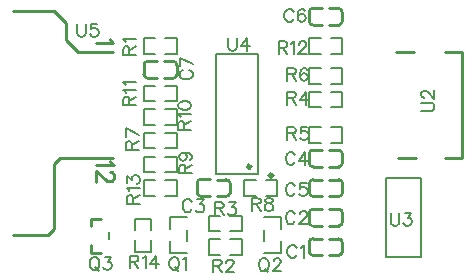
<source format=gto>
G04 Layer: TopSilkLayer*
G04 EasyEDA v6.4.25, 2021-11-23T22:34:31+08:00*
G04 edc2d8422afb4d2cae5fb123c77887e6,45ba98ba689c459a8d72e4540021d05b,10*
G04 Gerber Generator version 0.2*
G04 Scale: 100 percent, Rotated: No, Reflected: No *
G04 Dimensions in millimeters *
G04 leading zeros omitted , absolute positions ,4 integer and 5 decimal *
%FSLAX45Y45*%
%MOMM*%

%ADD10C,0.2540*%
%ADD11C,0.2500*%
%ADD29C,0.1524*%
%ADD30C,0.2000*%
%ADD31C,0.3000*%

%LPD*%
D29*
X1238882Y1746371D02*
G01*
X1228468Y1741037D01*
X1218054Y1730623D01*
X1212974Y1720463D01*
X1212974Y1699635D01*
X1218054Y1689221D01*
X1228468Y1678807D01*
X1238882Y1673473D01*
X1254630Y1668393D01*
X1280538Y1668393D01*
X1296032Y1673473D01*
X1306446Y1678807D01*
X1316860Y1689221D01*
X1321940Y1699635D01*
X1321940Y1720463D01*
X1316860Y1730623D01*
X1306446Y1741037D01*
X1296032Y1746371D01*
X1212974Y1853305D02*
G01*
X1321940Y1801489D01*
X1212974Y1780661D02*
G01*
X1212974Y1853305D01*
X2202977Y239407D02*
G01*
X2197643Y249821D01*
X2187229Y260235D01*
X2177069Y265315D01*
X2156241Y265315D01*
X2145827Y260235D01*
X2135413Y249821D01*
X2130079Y239407D01*
X2124999Y223659D01*
X2124999Y197751D01*
X2130079Y182257D01*
X2135413Y171843D01*
X2145827Y161429D01*
X2156241Y156349D01*
X2177069Y156349D01*
X2187229Y161429D01*
X2197643Y171843D01*
X2202977Y182257D01*
X2237267Y244487D02*
G01*
X2247681Y249821D01*
X2263175Y265315D01*
X2263175Y156349D01*
X2190478Y526907D02*
G01*
X2185144Y537321D01*
X2174730Y547735D01*
X2164570Y552815D01*
X2143742Y552815D01*
X2133328Y547735D01*
X2122914Y537321D01*
X2117580Y526907D01*
X2112500Y511159D01*
X2112500Y485251D01*
X2117580Y469757D01*
X2122914Y459343D01*
X2133328Y448929D01*
X2143742Y443849D01*
X2164570Y443849D01*
X2174730Y448929D01*
X2185144Y459343D01*
X2190478Y469757D01*
X2229848Y526907D02*
G01*
X2229848Y531987D01*
X2235182Y542401D01*
X2240262Y547735D01*
X2250676Y552815D01*
X2271504Y552815D01*
X2281918Y547735D01*
X2286998Y542401D01*
X2292332Y531987D01*
X2292332Y521573D01*
X2286998Y511159D01*
X2276584Y495665D01*
X2224768Y443849D01*
X2297412Y443849D01*
X1315478Y626907D02*
G01*
X1310144Y637321D01*
X1299730Y647735D01*
X1289570Y652815D01*
X1268742Y652815D01*
X1258328Y647735D01*
X1247914Y637321D01*
X1242580Y626907D01*
X1237500Y611159D01*
X1237500Y585251D01*
X1242580Y569757D01*
X1247914Y559343D01*
X1258328Y548929D01*
X1268742Y543849D01*
X1289570Y543849D01*
X1299730Y548929D01*
X1310144Y559343D01*
X1315478Y569757D01*
X1360182Y652815D02*
G01*
X1417332Y652815D01*
X1386090Y611159D01*
X1401584Y611159D01*
X1411998Y606079D01*
X1417332Y600999D01*
X1422412Y585251D01*
X1422412Y574837D01*
X1417332Y559343D01*
X1406918Y548929D01*
X1391170Y543849D01*
X1375676Y543849D01*
X1360182Y548929D01*
X1354848Y554009D01*
X1349768Y564423D01*
X2190478Y1026906D02*
G01*
X2185144Y1037320D01*
X2174730Y1047734D01*
X2164570Y1052814D01*
X2143742Y1052814D01*
X2133328Y1047734D01*
X2122914Y1037320D01*
X2117580Y1026906D01*
X2112500Y1011158D01*
X2112500Y985250D01*
X2117580Y969756D01*
X2122914Y959342D01*
X2133328Y948928D01*
X2143742Y943848D01*
X2164570Y943848D01*
X2174730Y948928D01*
X2185144Y959342D01*
X2190478Y969756D01*
X2276584Y1052814D02*
G01*
X2224768Y980170D01*
X2302746Y980170D01*
X2276584Y1052814D02*
G01*
X2276584Y943848D01*
X2190478Y764407D02*
G01*
X2185144Y774821D01*
X2174730Y785235D01*
X2164570Y790315D01*
X2143742Y790315D01*
X2133328Y785235D01*
X2122914Y774821D01*
X2117580Y764407D01*
X2112500Y748659D01*
X2112500Y722751D01*
X2117580Y707257D01*
X2122914Y696843D01*
X2133328Y686429D01*
X2143742Y681349D01*
X2164570Y681349D01*
X2174730Y686429D01*
X2185144Y696843D01*
X2190478Y707257D01*
X2286998Y790315D02*
G01*
X2235182Y790315D01*
X2229848Y743579D01*
X2235182Y748659D01*
X2250676Y753993D01*
X2266170Y753993D01*
X2281918Y748659D01*
X2292332Y738499D01*
X2297412Y722751D01*
X2297412Y712337D01*
X2292332Y696843D01*
X2281918Y686429D01*
X2266170Y681349D01*
X2250676Y681349D01*
X2235182Y686429D01*
X2229848Y691509D01*
X2224768Y701923D01*
X2177978Y2239408D02*
G01*
X2172644Y2249822D01*
X2162230Y2260236D01*
X2152070Y2265316D01*
X2131242Y2265316D01*
X2120828Y2260236D01*
X2110414Y2249822D01*
X2105080Y2239408D01*
X2100000Y2223660D01*
X2100000Y2197752D01*
X2105080Y2182258D01*
X2110414Y2171844D01*
X2120828Y2161430D01*
X2131242Y2156350D01*
X2152070Y2156350D01*
X2162230Y2161430D01*
X2172644Y2171844D01*
X2177978Y2182258D01*
X2274498Y2249822D02*
G01*
X2269418Y2260236D01*
X2253670Y2265316D01*
X2243510Y2265316D01*
X2227762Y2260236D01*
X2217348Y2244488D01*
X2212268Y2218580D01*
X2212268Y2192672D01*
X2217348Y2171844D01*
X2227762Y2161430D01*
X2243510Y2156350D01*
X2248590Y2156350D01*
X2264084Y2161430D01*
X2274498Y2171844D01*
X2279832Y2187338D01*
X2279832Y2192672D01*
X2274498Y2208166D01*
X2264084Y2218580D01*
X2248590Y2223660D01*
X2243510Y2223660D01*
X2227762Y2218580D01*
X2217348Y2208166D01*
X2212268Y2192672D01*
X1156241Y165315D02*
G01*
X1145827Y160235D01*
X1135413Y149821D01*
X1130079Y139407D01*
X1124999Y123659D01*
X1124999Y97751D01*
X1130079Y82257D01*
X1135413Y71843D01*
X1145827Y61429D01*
X1156241Y56349D01*
X1177069Y56349D01*
X1187229Y61429D01*
X1197643Y71843D01*
X1202977Y82257D01*
X1208057Y97751D01*
X1208057Y123659D01*
X1202977Y139407D01*
X1197643Y149821D01*
X1187229Y160235D01*
X1177069Y165315D01*
X1156241Y165315D01*
X1171735Y76923D02*
G01*
X1202977Y45935D01*
X1242347Y144487D02*
G01*
X1252761Y149821D01*
X1268509Y165315D01*
X1268509Y56349D01*
X1915975Y154063D02*
G01*
X1905561Y148983D01*
X1895147Y138569D01*
X1889813Y128155D01*
X1884733Y112407D01*
X1884733Y86499D01*
X1889813Y71005D01*
X1895147Y60591D01*
X1905561Y50177D01*
X1915975Y45097D01*
X1936803Y45097D01*
X1946963Y50177D01*
X1957377Y60591D01*
X1962711Y71005D01*
X1967791Y86499D01*
X1967791Y112407D01*
X1962711Y128155D01*
X1957377Y138569D01*
X1946963Y148983D01*
X1936803Y154063D01*
X1915975Y154063D01*
X1931469Y65671D02*
G01*
X1962711Y34683D01*
X2007415Y128155D02*
G01*
X2007415Y133235D01*
X2012495Y143649D01*
X2017829Y148983D01*
X2028243Y154063D01*
X2048817Y154063D01*
X2059231Y148983D01*
X2064565Y143649D01*
X2069645Y133235D01*
X2069645Y122821D01*
X2064565Y112407D01*
X2054151Y96913D01*
X2002081Y45097D01*
X2074979Y45097D01*
X481241Y165315D02*
G01*
X470827Y160235D01*
X460413Y149821D01*
X455079Y139407D01*
X449999Y123659D01*
X449999Y97751D01*
X455079Y82257D01*
X460413Y71843D01*
X470827Y61429D01*
X481241Y56349D01*
X502069Y56349D01*
X512229Y61429D01*
X522643Y71843D01*
X527977Y82257D01*
X533057Y97751D01*
X533057Y123659D01*
X527977Y139407D01*
X522643Y149821D01*
X512229Y160235D01*
X502069Y165315D01*
X481241Y165315D01*
X496735Y76923D02*
G01*
X527977Y45935D01*
X577761Y165315D02*
G01*
X634911Y165315D01*
X603669Y123659D01*
X619417Y123659D01*
X629831Y118579D01*
X634911Y113499D01*
X640245Y97751D01*
X640245Y87337D01*
X634911Y71843D01*
X624497Y61429D01*
X609003Y56349D01*
X593509Y56349D01*
X577761Y61429D01*
X572681Y66509D01*
X567347Y76923D01*
X734684Y1875000D02*
G01*
X843650Y1875000D01*
X734684Y1875000D02*
G01*
X734684Y1921736D01*
X739764Y1937230D01*
X745098Y1942564D01*
X755512Y1947644D01*
X765926Y1947644D01*
X776340Y1942564D01*
X781420Y1937230D01*
X786500Y1921736D01*
X786500Y1875000D01*
X786500Y1911322D02*
G01*
X843650Y1947644D01*
X755512Y1981934D02*
G01*
X750178Y1992348D01*
X734684Y2008096D01*
X843650Y2008096D01*
X1495143Y143644D02*
G01*
X1495143Y34678D01*
X1495143Y143644D02*
G01*
X1541879Y143644D01*
X1557373Y138564D01*
X1562707Y133230D01*
X1567787Y122816D01*
X1567787Y112402D01*
X1562707Y101988D01*
X1557373Y96908D01*
X1541879Y91828D01*
X1495143Y91828D01*
X1531465Y91828D02*
G01*
X1567787Y34678D01*
X1607411Y117736D02*
G01*
X1607411Y122816D01*
X1612491Y133230D01*
X1617825Y138564D01*
X1628239Y143644D01*
X1648813Y143644D01*
X1659227Y138564D01*
X1664561Y133230D01*
X1669641Y122816D01*
X1669641Y112402D01*
X1664561Y101988D01*
X1654147Y86494D01*
X1602077Y34678D01*
X1674975Y34678D01*
X1512498Y627816D02*
G01*
X1512498Y518850D01*
X1512498Y627816D02*
G01*
X1559234Y627816D01*
X1574728Y622736D01*
X1580062Y617402D01*
X1585142Y606988D01*
X1585142Y596574D01*
X1580062Y586160D01*
X1574728Y581080D01*
X1559234Y576000D01*
X1512498Y576000D01*
X1548820Y576000D02*
G01*
X1585142Y518850D01*
X1629846Y627816D02*
G01*
X1686996Y627816D01*
X1656008Y586160D01*
X1671502Y586160D01*
X1681916Y581080D01*
X1686996Y576000D01*
X1692330Y560252D01*
X1692330Y549838D01*
X1686996Y534344D01*
X1676582Y523930D01*
X1661088Y518850D01*
X1645594Y518850D01*
X1629846Y523930D01*
X1624766Y529010D01*
X1619432Y539424D01*
X2124999Y1565315D02*
G01*
X2124999Y1456349D01*
X2124999Y1565315D02*
G01*
X2171735Y1565315D01*
X2187229Y1560235D01*
X2192563Y1554901D01*
X2197643Y1544487D01*
X2197643Y1534073D01*
X2192563Y1523659D01*
X2187229Y1518579D01*
X2171735Y1513499D01*
X2124999Y1513499D01*
X2161321Y1513499D02*
G01*
X2197643Y1456349D01*
X2284003Y1565315D02*
G01*
X2231933Y1492671D01*
X2309911Y1492671D01*
X2284003Y1565315D02*
G01*
X2284003Y1456349D01*
X2124999Y1265316D02*
G01*
X2124999Y1156350D01*
X2124999Y1265316D02*
G01*
X2171735Y1265316D01*
X2187229Y1260236D01*
X2192563Y1254902D01*
X2197643Y1244488D01*
X2197643Y1234074D01*
X2192563Y1223660D01*
X2187229Y1218580D01*
X2171735Y1213500D01*
X2124999Y1213500D01*
X2161321Y1213500D02*
G01*
X2197643Y1156350D01*
X2294417Y1265316D02*
G01*
X2242347Y1265316D01*
X2237267Y1218580D01*
X2242347Y1223660D01*
X2258095Y1228994D01*
X2273589Y1228994D01*
X2289083Y1223660D01*
X2299497Y1213500D01*
X2304831Y1197752D01*
X2304831Y1187338D01*
X2299497Y1171844D01*
X2289083Y1161430D01*
X2273589Y1156350D01*
X2258095Y1156350D01*
X2242347Y1161430D01*
X2237267Y1166510D01*
X2231933Y1176924D01*
X2124999Y1765315D02*
G01*
X2124999Y1656349D01*
X2124999Y1765315D02*
G01*
X2171735Y1765315D01*
X2187229Y1760235D01*
X2192563Y1754901D01*
X2197643Y1744487D01*
X2197643Y1734073D01*
X2192563Y1723659D01*
X2187229Y1718579D01*
X2171735Y1713499D01*
X2124999Y1713499D01*
X2161321Y1713499D02*
G01*
X2197643Y1656349D01*
X2294417Y1749821D02*
G01*
X2289083Y1760235D01*
X2273589Y1765315D01*
X2263175Y1765315D01*
X2247681Y1760235D01*
X2237267Y1744487D01*
X2231933Y1718579D01*
X2231933Y1692671D01*
X2237267Y1671843D01*
X2247681Y1661429D01*
X2263175Y1656349D01*
X2268509Y1656349D01*
X2284003Y1661429D01*
X2294417Y1671843D01*
X2299497Y1687337D01*
X2299497Y1692671D01*
X2294417Y1708165D01*
X2284003Y1718579D01*
X2268509Y1723659D01*
X2263175Y1723659D01*
X2247681Y1718579D01*
X2237267Y1708165D01*
X2231933Y1692671D01*
X755591Y1074244D02*
G01*
X864557Y1074244D01*
X755591Y1074244D02*
G01*
X755591Y1120980D01*
X760671Y1136474D01*
X766005Y1141808D01*
X776419Y1146888D01*
X786833Y1146888D01*
X797247Y1141808D01*
X802327Y1136474D01*
X807407Y1120980D01*
X807407Y1074244D01*
X807407Y1110566D02*
G01*
X864557Y1146888D01*
X755591Y1254076D02*
G01*
X864557Y1202006D01*
X755591Y1181178D02*
G01*
X755591Y1254076D01*
X1825000Y665314D02*
G01*
X1825000Y556348D01*
X1825000Y665314D02*
G01*
X1871736Y665314D01*
X1887230Y660234D01*
X1892564Y654900D01*
X1897644Y644486D01*
X1897644Y634072D01*
X1892564Y623658D01*
X1887230Y618578D01*
X1871736Y613498D01*
X1825000Y613498D01*
X1861322Y613498D02*
G01*
X1897644Y556348D01*
X1958096Y665314D02*
G01*
X1942348Y660234D01*
X1937268Y649820D01*
X1937268Y639406D01*
X1942348Y628992D01*
X1952762Y623658D01*
X1973590Y618578D01*
X1989084Y613498D01*
X1999498Y603084D01*
X2004832Y592670D01*
X2004832Y576922D01*
X1999498Y566508D01*
X1994418Y561428D01*
X1978670Y556348D01*
X1958096Y556348D01*
X1942348Y561428D01*
X1937268Y566508D01*
X1931934Y576922D01*
X1931934Y592670D01*
X1937268Y603084D01*
X1947682Y613498D01*
X1963176Y618578D01*
X1984004Y623658D01*
X1994418Y628992D01*
X1999498Y639406D01*
X1999498Y649820D01*
X1994418Y660234D01*
X1978670Y665314D01*
X1958096Y665314D01*
X1207772Y873597D02*
G01*
X1316738Y873597D01*
X1207772Y873597D02*
G01*
X1207772Y920333D01*
X1212852Y935827D01*
X1218186Y941161D01*
X1228600Y946241D01*
X1239014Y946241D01*
X1249428Y941161D01*
X1254508Y935827D01*
X1259588Y920333D01*
X1259588Y873597D01*
X1259588Y909919D02*
G01*
X1316738Y946241D01*
X1244094Y1048095D02*
G01*
X1259588Y1043015D01*
X1270002Y1032601D01*
X1275336Y1017107D01*
X1275336Y1011773D01*
X1270002Y996279D01*
X1259588Y985865D01*
X1244094Y980531D01*
X1239014Y980531D01*
X1223266Y985865D01*
X1212852Y996279D01*
X1207772Y1011773D01*
X1207772Y1017107D01*
X1212852Y1032601D01*
X1223266Y1043015D01*
X1244094Y1048095D01*
X1270002Y1048095D01*
X1296164Y1043015D01*
X1311658Y1032601D01*
X1316738Y1017107D01*
X1316738Y1006693D01*
X1311658Y990945D01*
X1301244Y985865D01*
X1200477Y1244158D02*
G01*
X1309443Y1244158D01*
X1200477Y1244158D02*
G01*
X1200477Y1290894D01*
X1205557Y1306388D01*
X1210891Y1311722D01*
X1221305Y1316802D01*
X1231719Y1316802D01*
X1242133Y1311722D01*
X1247213Y1306388D01*
X1252293Y1290894D01*
X1252293Y1244158D01*
X1252293Y1280480D02*
G01*
X1309443Y1316802D01*
X1221305Y1351092D02*
G01*
X1215971Y1361506D01*
X1200477Y1377254D01*
X1309443Y1377254D01*
X1200477Y1442532D02*
G01*
X1205557Y1427038D01*
X1221305Y1416624D01*
X1247213Y1411544D01*
X1262707Y1411544D01*
X1288869Y1416624D01*
X1304363Y1427038D01*
X1309443Y1442532D01*
X1309443Y1452946D01*
X1304363Y1468694D01*
X1288869Y1479108D01*
X1262707Y1484188D01*
X1247213Y1484188D01*
X1221305Y1479108D01*
X1205557Y1468694D01*
X1200477Y1452946D01*
X1200477Y1442532D01*
X734684Y1449999D02*
G01*
X843650Y1449999D01*
X734684Y1449999D02*
G01*
X734684Y1496735D01*
X739764Y1512229D01*
X745098Y1517563D01*
X755512Y1522643D01*
X765926Y1522643D01*
X776340Y1517563D01*
X781420Y1512229D01*
X786500Y1496735D01*
X786500Y1449999D01*
X786500Y1486321D02*
G01*
X843650Y1522643D01*
X755512Y1556933D02*
G01*
X750178Y1567347D01*
X734684Y1583095D01*
X843650Y1583095D01*
X755512Y1617385D02*
G01*
X750178Y1627799D01*
X734684Y1643293D01*
X843650Y1643293D01*
X2050000Y1990316D02*
G01*
X2050000Y1881350D01*
X2050000Y1990316D02*
G01*
X2096736Y1990316D01*
X2112230Y1985236D01*
X2117564Y1979902D01*
X2122644Y1969488D01*
X2122644Y1959074D01*
X2117564Y1948660D01*
X2112230Y1943580D01*
X2096736Y1938500D01*
X2050000Y1938500D01*
X2086322Y1938500D02*
G01*
X2122644Y1881350D01*
X2156934Y1969488D02*
G01*
X2167348Y1974822D01*
X2183096Y1990316D01*
X2183096Y1881350D01*
X2222466Y1964408D02*
G01*
X2222466Y1969488D01*
X2227800Y1979902D01*
X2232880Y1985236D01*
X2243294Y1990316D01*
X2264122Y1990316D01*
X2274536Y1985236D01*
X2279616Y1979902D01*
X2284950Y1969488D01*
X2284950Y1959074D01*
X2279616Y1948660D01*
X2269202Y1933166D01*
X2217386Y1881350D01*
X2290030Y1881350D01*
X765530Y615820D02*
G01*
X874496Y615820D01*
X765530Y615820D02*
G01*
X765530Y662556D01*
X770610Y678050D01*
X775944Y683384D01*
X786358Y688464D01*
X796772Y688464D01*
X807186Y683384D01*
X812266Y678050D01*
X817346Y662556D01*
X817346Y615820D01*
X817346Y652142D02*
G01*
X874496Y688464D01*
X786358Y722754D02*
G01*
X781024Y733168D01*
X765530Y748916D01*
X874496Y748916D01*
X765530Y793620D02*
G01*
X765530Y850770D01*
X807186Y819528D01*
X807186Y835022D01*
X812266Y845436D01*
X817346Y850770D01*
X833094Y855850D01*
X843508Y855850D01*
X859002Y850770D01*
X869416Y840356D01*
X874496Y824608D01*
X874496Y809114D01*
X869416Y793620D01*
X864336Y788286D01*
X853922Y783206D01*
X791608Y177020D02*
G01*
X791608Y68054D01*
X791608Y177020D02*
G01*
X838344Y177020D01*
X853838Y171940D01*
X859172Y166606D01*
X864252Y156192D01*
X864252Y145778D01*
X859172Y135364D01*
X853838Y130284D01*
X838344Y125204D01*
X791608Y125204D01*
X827930Y125204D02*
G01*
X864252Y68054D01*
X898542Y156192D02*
G01*
X908956Y161526D01*
X924704Y177020D01*
X924704Y68054D01*
X1010810Y177020D02*
G01*
X958994Y104376D01*
X1036718Y104376D01*
X1010810Y177020D02*
G01*
X1010810Y68054D01*
X3259683Y1399999D02*
G01*
X3337661Y1399999D01*
X3353155Y1405079D01*
X3363569Y1415493D01*
X3368649Y1431241D01*
X3368649Y1441655D01*
X3363569Y1457149D01*
X3353155Y1467563D01*
X3337661Y1472643D01*
X3259683Y1472643D01*
X3285591Y1512267D02*
G01*
X3280511Y1512267D01*
X3270097Y1517347D01*
X3264763Y1522681D01*
X3259683Y1533095D01*
X3259683Y1553669D01*
X3264763Y1564083D01*
X3270097Y1569417D01*
X3280511Y1574497D01*
X3290925Y1574497D01*
X3301339Y1569417D01*
X3316833Y1559003D01*
X3368649Y1506933D01*
X3368649Y1579831D01*
X2999999Y540316D02*
G01*
X2999999Y462338D01*
X3005079Y446844D01*
X3015493Y436430D01*
X3031241Y431350D01*
X3041655Y431350D01*
X3057149Y436430D01*
X3067563Y446844D01*
X3072643Y462338D01*
X3072643Y540316D01*
X3117347Y540316D02*
G01*
X3174497Y540316D01*
X3143509Y498660D01*
X3159003Y498660D01*
X3169417Y493580D01*
X3174497Y488500D01*
X3179831Y472752D01*
X3179831Y462338D01*
X3174497Y446844D01*
X3164083Y436430D01*
X3148589Y431350D01*
X3133095Y431350D01*
X3117347Y436430D01*
X3112267Y441510D01*
X3106933Y451924D01*
X1621711Y2021944D02*
G01*
X1621711Y1943966D01*
X1626791Y1928472D01*
X1637205Y1918058D01*
X1652953Y1912978D01*
X1663367Y1912978D01*
X1678861Y1918058D01*
X1689275Y1928472D01*
X1694355Y1943966D01*
X1694355Y2021944D01*
X1780715Y2021944D02*
G01*
X1728645Y1949300D01*
X1806623Y1949300D01*
X1780715Y2021944D02*
G01*
X1780715Y1912978D01*
X345937Y2139561D02*
G01*
X345937Y2061583D01*
X351017Y2046089D01*
X361431Y2035675D01*
X377179Y2030595D01*
X387593Y2030595D01*
X403087Y2035675D01*
X413501Y2046089D01*
X418581Y2061583D01*
X418581Y2139561D01*
X515355Y2139561D02*
G01*
X463285Y2139561D01*
X458205Y2092825D01*
X463285Y2097905D01*
X479033Y2103239D01*
X494527Y2103239D01*
X510021Y2097905D01*
X520435Y2087745D01*
X525769Y2071997D01*
X525769Y2061583D01*
X520435Y2046089D01*
X510021Y2035675D01*
X494527Y2030595D01*
X479033Y2030595D01*
X463285Y2035675D01*
X458205Y2040755D01*
X452871Y2051169D01*
D10*
X623671Y2008609D02*
G01*
X630598Y1994753D01*
X651380Y1973973D01*
X505907Y1973973D01*
X626079Y974989D02*
G01*
X633006Y961133D01*
X653788Y940351D01*
X508314Y940351D01*
X619152Y887704D02*
G01*
X626079Y887704D01*
X639935Y880778D01*
X646861Y873851D01*
X653788Y859995D01*
X653788Y832286D01*
X646861Y818431D01*
X639935Y811504D01*
X626079Y804578D01*
X612223Y804578D01*
X598370Y811504D01*
X577588Y825360D01*
X508314Y894631D01*
X508314Y797651D01*
D11*
X650001Y1000000D02*
G01*
X199999Y1000000D01*
X149999Y950000D01*
X149999Y399999D01*
X99999Y349999D01*
X-199999Y349999D01*
X-199999Y2250000D02*
G01*
X149999Y2250000D01*
X249999Y2150000D01*
X249999Y2000001D01*
X349999Y1900001D01*
X650001Y1900001D01*
D10*
X1189001Y1789976D02*
G01*
X1189001Y1709973D01*
X1078026Y1820961D02*
G01*
X1158024Y1820961D01*
X1078026Y1678995D02*
G01*
X1158024Y1678995D01*
X1020437Y1821543D02*
G01*
X940437Y1821543D01*
X909454Y1790560D02*
G01*
X909454Y1710562D01*
X1020437Y1679582D02*
G01*
X940437Y1679582D01*
X2589001Y289976D02*
G01*
X2589001Y209974D01*
X2478026Y320962D02*
G01*
X2558023Y320962D01*
X2478026Y178996D02*
G01*
X2558023Y178996D01*
X2420437Y321543D02*
G01*
X2340437Y321543D01*
X2309454Y290560D02*
G01*
X2309454Y210563D01*
X2420437Y179583D02*
G01*
X2340437Y179583D01*
X2310998Y460021D02*
G01*
X2310998Y540024D01*
X2421973Y429036D02*
G01*
X2341976Y429036D01*
X2421973Y571002D02*
G01*
X2341976Y571002D01*
X2479563Y428454D02*
G01*
X2559563Y428454D01*
X2590545Y459437D02*
G01*
X2590545Y539435D01*
X2479563Y570415D02*
G01*
X2559563Y570415D01*
X1639001Y789978D02*
G01*
X1639001Y709975D01*
X1528025Y820963D02*
G01*
X1608023Y820963D01*
X1528025Y678997D02*
G01*
X1608023Y678997D01*
X1470436Y821545D02*
G01*
X1390436Y821545D01*
X1359453Y790562D02*
G01*
X1359453Y710564D01*
X1470436Y679584D02*
G01*
X1390436Y679584D01*
X2589001Y1039977D02*
G01*
X2589001Y959975D01*
X2478026Y1070963D02*
G01*
X2558023Y1070963D01*
X2478026Y928997D02*
G01*
X2558023Y928997D01*
X2420437Y1071544D02*
G01*
X2340437Y1071544D01*
X2309454Y1040561D02*
G01*
X2309454Y960564D01*
X2420437Y929584D02*
G01*
X2340437Y929584D01*
X2310998Y710023D02*
G01*
X2310998Y790026D01*
X2421973Y679038D02*
G01*
X2341976Y679038D01*
X2421973Y821004D02*
G01*
X2341976Y821004D01*
X2479563Y678456D02*
G01*
X2559563Y678456D01*
X2590545Y709439D02*
G01*
X2590545Y789437D01*
X2479563Y820417D02*
G01*
X2559563Y820417D01*
X2589001Y2239977D02*
G01*
X2589001Y2159975D01*
X2478026Y2270963D02*
G01*
X2558023Y2270963D01*
X2478026Y2128997D02*
G01*
X2558023Y2128997D01*
X2420437Y2271544D02*
G01*
X2340437Y2271544D01*
X2309454Y2240561D02*
G01*
X2309454Y2160564D01*
X2420437Y2129584D02*
G01*
X2340437Y2129584D01*
D29*
X1272621Y502620D02*
G01*
X1127379Y502620D01*
X1127379Y399458D01*
X1272621Y197378D02*
G01*
X1127379Y197378D01*
X1127379Y300540D01*
X1272621Y395538D02*
G01*
X1272621Y304459D01*
X1927379Y197378D02*
G01*
X2072622Y197378D01*
X2072622Y300540D01*
X1927379Y502620D02*
G01*
X2072622Y502620D01*
X2072622Y399458D01*
X1927379Y304459D02*
G01*
X1927379Y395538D01*
D30*
X616488Y314703D02*
G01*
X616488Y374693D01*
D10*
X543006Y198696D02*
G01*
X461497Y198696D01*
X461497Y264690D01*
X461497Y424705D02*
G01*
X461497Y490697D01*
X461497Y424705D01*
X461497Y490697D01*
X543006Y490697D01*
D29*
X1092621Y1883940D02*
G01*
X1188509Y1883940D01*
X1188509Y2016061D01*
X1092621Y2016061D01*
X1007379Y1883940D02*
G01*
X911491Y1883940D01*
X911491Y2016061D01*
X1007379Y2016061D01*
X1557378Y316059D02*
G01*
X1461490Y316059D01*
X1461490Y183939D01*
X1557378Y183939D01*
X1642620Y316059D02*
G01*
X1738508Y316059D01*
X1738508Y183939D01*
X1642620Y183939D01*
X1642620Y383938D02*
G01*
X1738508Y383938D01*
X1738508Y516059D01*
X1642620Y516059D01*
X1557378Y383938D02*
G01*
X1461490Y383938D01*
X1461490Y516059D01*
X1557378Y516059D01*
X2407378Y1566059D02*
G01*
X2311491Y1566059D01*
X2311491Y1433939D01*
X2407378Y1433939D01*
X2492621Y1566059D02*
G01*
X2588508Y1566059D01*
X2588508Y1433939D01*
X2492621Y1433939D01*
X2492621Y1133939D02*
G01*
X2588508Y1133939D01*
X2588508Y1266060D01*
X2492621Y1266060D01*
X2407378Y1133939D02*
G01*
X2311491Y1133939D01*
X2311491Y1266060D01*
X2407378Y1266060D01*
X2407378Y1766059D02*
G01*
X2311491Y1766059D01*
X2311491Y1633938D01*
X2407378Y1633938D01*
X2492621Y1766059D02*
G01*
X2588508Y1766059D01*
X2588508Y1633938D01*
X2492621Y1633938D01*
X1007379Y1216060D02*
G01*
X911491Y1216060D01*
X911491Y1083939D01*
X1007379Y1083939D01*
X1092621Y1216060D02*
G01*
X1188509Y1216060D01*
X1188509Y1083939D01*
X1092621Y1083939D01*
X1942622Y683940D02*
G01*
X2038510Y683940D01*
X2038510Y816061D01*
X1942622Y816061D01*
X1857380Y683940D02*
G01*
X1761492Y683940D01*
X1761492Y816061D01*
X1857380Y816061D01*
X1007379Y1016060D02*
G01*
X911491Y1016060D01*
X911491Y883940D01*
X1007379Y883940D01*
X1092621Y1016060D02*
G01*
X1188509Y1016060D01*
X1188509Y883940D01*
X1092621Y883940D01*
X1007379Y1416060D02*
G01*
X911491Y1416060D01*
X911491Y1283939D01*
X1007379Y1283939D01*
X1092621Y1416060D02*
G01*
X1188509Y1416060D01*
X1188509Y1283939D01*
X1092621Y1283939D01*
X1007379Y1616059D02*
G01*
X911491Y1616059D01*
X911491Y1483939D01*
X1007379Y1483939D01*
X1092621Y1616059D02*
G01*
X1188509Y1616059D01*
X1188509Y1483939D01*
X1092621Y1483939D01*
X2407378Y2016061D02*
G01*
X2311491Y2016061D01*
X2311491Y1883940D01*
X2407378Y1883940D01*
X2492621Y2016061D02*
G01*
X2588508Y2016061D01*
X2588508Y1883940D01*
X2492621Y1883940D01*
X1007379Y816061D02*
G01*
X911491Y816061D01*
X911491Y683940D01*
X1007379Y683940D01*
X1092621Y816061D02*
G01*
X1188509Y816061D01*
X1188509Y683940D01*
X1092621Y683940D01*
X966061Y392620D02*
G01*
X966061Y488508D01*
X833940Y488508D01*
X833940Y392620D01*
X966061Y307378D02*
G01*
X966061Y211490D01*
X833940Y211490D01*
X833940Y307378D01*
D10*
X3199998Y1899998D02*
G01*
X3047723Y1899998D01*
X3601499Y1900001D02*
G01*
X3462964Y1900001D01*
X3462964Y999997D02*
G01*
X3601499Y999997D01*
X3601499Y1900001D01*
X3057786Y1000000D02*
G01*
X3210062Y1000000D01*
D29*
X3257141Y832619D02*
G01*
X3257141Y167378D01*
X2962861Y167378D01*
X2962861Y832619D01*
X3257141Y832619D01*
X1877138Y867382D02*
G01*
X1522859Y867382D01*
X1522859Y1882620D01*
X1877138Y1882620D01*
X1877138Y867382D01*
D10*
G75*
G01*
X909450Y1790560D02*
G02*
X940432Y1821543I30982J0D01*
G75*
G01*
X940432Y1679578D02*
G02*
X909450Y1710563I0J30982D01*
G75*
G01*
X1158019Y1820962D02*
G02*
X1189002Y1789976I0J-30983D01*
G75*
G01*
X1189002Y1709979D02*
G02*
X1158019Y1678996I-30983J0D01*
G75*
G01*
X2309449Y290561D02*
G02*
X2340432Y321544I30983J0D01*
G75*
G01*
X2340432Y179578D02*
G02*
X2309449Y210563I0J30983D01*
G75*
G01*
X2558019Y320962D02*
G02*
X2589002Y289977I0J-30983D01*
G75*
G01*
X2589002Y209979D02*
G02*
X2558019Y178996I-30983J0D01*
G75*
G01*
X2590551Y459438D02*
G02*
X2559568Y428455I-30983J0D01*
G75*
G01*
X2559568Y570420D02*
G02*
X2590551Y539435I0J-30982D01*
G75*
G01*
X2341982Y429036D02*
G02*
X2310999Y460022I0J30983D01*
G75*
G01*
X2310999Y540019D02*
G02*
X2341982Y571002I30983J0D01*
G75*
G01*
X1359449Y790562D02*
G02*
X1390432Y821545I30983J0D01*
G75*
G01*
X1390432Y679580D02*
G02*
X1359449Y710565I0J30982D01*
G75*
G01*
X1608018Y820964D02*
G02*
X1639001Y789978I0J-30983D01*
G75*
G01*
X1639001Y709981D02*
G02*
X1608018Y678998I-30983J0D01*
G75*
G01*
X2309449Y1040562D02*
G02*
X2340432Y1071545I30983J0D01*
G75*
G01*
X2340432Y929579D02*
G02*
X2309449Y960565I0J30983D01*
G75*
G01*
X2558019Y1070963D02*
G02*
X2589002Y1039978I0J-30983D01*
G75*
G01*
X2589002Y959980D02*
G02*
X2558019Y928997I-30983J0D01*
G75*
G01*
X2590551Y709440D02*
G02*
X2559568Y678457I-30983J0D01*
G75*
G01*
X2559568Y820423D02*
G02*
X2590551Y789437I0J-30983D01*
G75*
G01*
X2341982Y679039D02*
G02*
X2310999Y710024I0J30982D01*
G75*
G01*
X2310999Y790021D02*
G02*
X2341982Y821004I30983J0D01*
G75*
G01*
X2309449Y2240562D02*
G02*
X2340432Y2271545I30983J0D01*
G75*
G01*
X2340432Y2129579D02*
G02*
X2309449Y2160565I0J30983D01*
G75*
G01*
X2558019Y2270963D02*
G02*
X2589002Y2239978I0J-30983D01*
G75*
G01*
X2589002Y2159980D02*
G02*
X2558019Y2128998I-30983J0D01*
D31*
G75*
G01
X1816913Y930504D02*
G03X1816913Y930504I-15011J0D01*
G75*
G01
X2002257Y857275D02*
G03X2002257Y857275I-15011J0D01*
M02*

</source>
